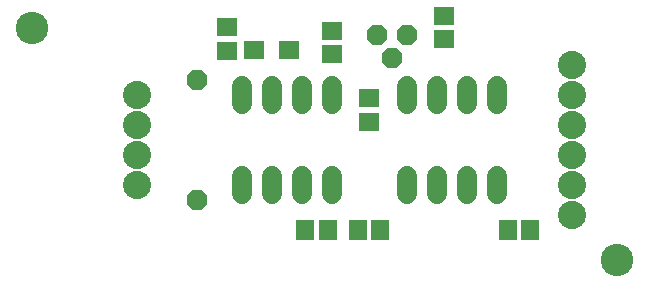
<source format=gts>
G75*
G70*
%OFA0B0*%
%FSLAX24Y24*%
%IPPOS*%
%LPD*%
%AMOC8*
5,1,8,0,0,1.08239X$1,22.5*
%
%ADD10C,0.1080*%
%ADD11C,0.0680*%
%ADD12OC8,0.0680*%
%ADD13C,0.0940*%
%ADD14R,0.0592X0.0710*%
%ADD15R,0.0710X0.0592*%
%ADD16R,0.0710X0.0631*%
D10*
X001931Y009431D03*
X021431Y001681D03*
D11*
X017431Y003881D02*
X017431Y004481D01*
X016431Y004481D02*
X016431Y003881D01*
X015431Y003881D02*
X015431Y004481D01*
X014431Y004481D02*
X014431Y003881D01*
X011931Y003881D02*
X011931Y004481D01*
X010931Y004481D02*
X010931Y003881D01*
X009931Y003881D02*
X009931Y004481D01*
X008931Y004481D02*
X008931Y003881D01*
X008931Y006881D02*
X008931Y007481D01*
X009931Y007481D02*
X009931Y006881D01*
X010931Y006881D02*
X010931Y007481D01*
X011931Y007481D02*
X011931Y006881D01*
X014431Y006881D02*
X014431Y007481D01*
X015431Y007481D02*
X015431Y006881D01*
X016431Y006881D02*
X016431Y007481D01*
X017431Y007481D02*
X017431Y006881D01*
D12*
X007431Y003681D03*
X007431Y007681D03*
X013431Y009181D03*
X014431Y009181D03*
X013931Y008431D03*
D13*
X019931Y008181D03*
X019931Y007181D03*
X019931Y006181D03*
X019931Y005181D03*
X019931Y004181D03*
X019931Y003181D03*
X005431Y004181D03*
X005431Y005181D03*
X005431Y006181D03*
X005431Y007181D03*
D14*
X011057Y002681D03*
X011805Y002681D03*
X012807Y002681D03*
X013555Y002681D03*
X017807Y002681D03*
X018555Y002681D03*
D15*
X013181Y006288D03*
X013181Y007075D03*
X011931Y008538D03*
X011931Y009325D03*
X008431Y009450D03*
X008431Y008663D03*
X015681Y009038D03*
X015681Y009825D03*
D16*
X010522Y008681D03*
X009341Y008681D03*
M02*

</source>
